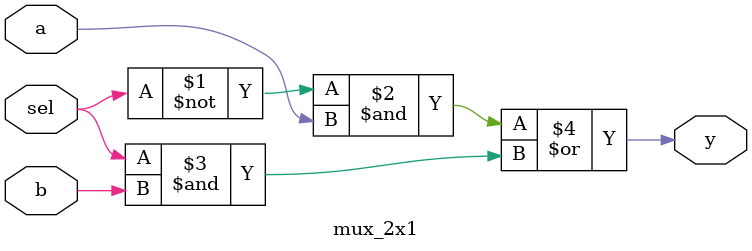
<source format=v>
module mux_2x1(
    input a,b,sel,
	output y
	);
 assign y = (~sel&a) | (sel&b);
 endmodule
</source>
